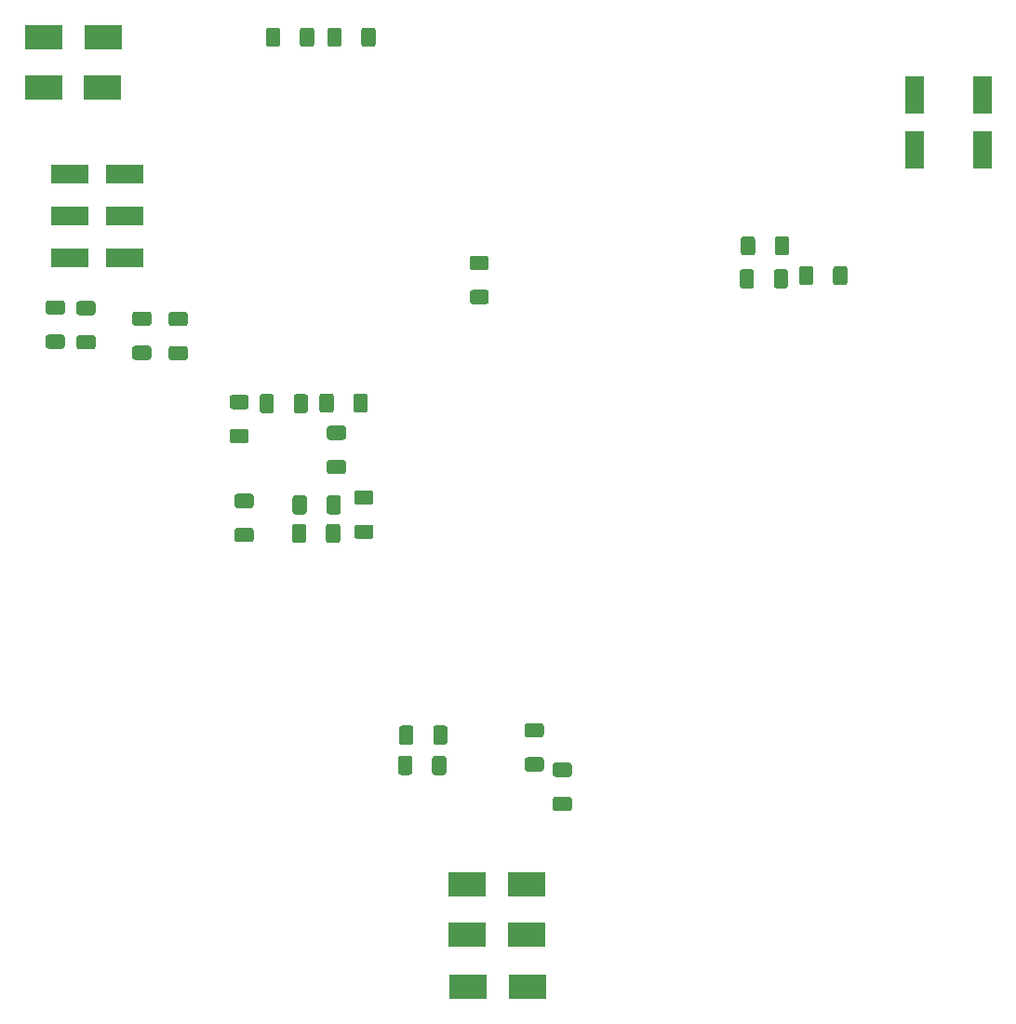
<source format=gbr>
%TF.GenerationSoftware,KiCad,Pcbnew,5.1.10-88a1d61d58~88~ubuntu18.04.1*%
%TF.CreationDate,2021-05-23T19:09:43+03:00*%
%TF.ProjectId,Micra Cruise Control Schemantics,4d696372-6120-4437-9275-69736520436f,rev?*%
%TF.SameCoordinates,Original*%
%TF.FileFunction,Paste,Bot*%
%TF.FilePolarity,Positive*%
%FSLAX46Y46*%
G04 Gerber Fmt 4.6, Leading zero omitted, Abs format (unit mm)*
G04 Created by KiCad (PCBNEW 5.1.10-88a1d61d58~88~ubuntu18.04.1) date 2021-05-23 19:09:43*
%MOMM*%
%LPD*%
G01*
G04 APERTURE LIST*
%ADD10R,3.500000X1.800000*%
%ADD11R,3.500000X2.300000*%
%ADD12R,1.800000X3.500000*%
G04 APERTURE END LIST*
%TO.C,R26*%
G36*
G01*
X113200000Y-64725000D02*
X113200000Y-63475000D01*
G75*
G02*
X113450000Y-63225000I250000J0D01*
G01*
X114250000Y-63225000D01*
G75*
G02*
X114500000Y-63475000I0J-250000D01*
G01*
X114500000Y-64725000D01*
G75*
G02*
X114250000Y-64975000I-250000J0D01*
G01*
X113450000Y-64975000D01*
G75*
G02*
X113200000Y-64725000I0J250000D01*
G01*
G37*
G36*
G01*
X110100000Y-64725000D02*
X110100000Y-63475000D01*
G75*
G02*
X110350000Y-63225000I250000J0D01*
G01*
X111150000Y-63225000D01*
G75*
G02*
X111400000Y-63475000I0J-250000D01*
G01*
X111400000Y-64725000D01*
G75*
G02*
X111150000Y-64975000I-250000J0D01*
G01*
X110350000Y-64975000D01*
G75*
G02*
X110100000Y-64725000I0J250000D01*
G01*
G37*
%TD*%
%TO.C,R25*%
G36*
G01*
X71125000Y-84950000D02*
X69875000Y-84950000D01*
G75*
G02*
X69625000Y-84700000I0J250000D01*
G01*
X69625000Y-83900000D01*
G75*
G02*
X69875000Y-83650000I250000J0D01*
G01*
X71125000Y-83650000D01*
G75*
G02*
X71375000Y-83900000I0J-250000D01*
G01*
X71375000Y-84700000D01*
G75*
G02*
X71125000Y-84950000I-250000J0D01*
G01*
G37*
G36*
G01*
X71125000Y-88050000D02*
X69875000Y-88050000D01*
G75*
G02*
X69625000Y-87800000I0J250000D01*
G01*
X69625000Y-87000000D01*
G75*
G02*
X69875000Y-86750000I250000J0D01*
G01*
X71125000Y-86750000D01*
G75*
G02*
X71375000Y-87000000I0J-250000D01*
G01*
X71375000Y-87800000D01*
G75*
G02*
X71125000Y-88050000I-250000J0D01*
G01*
G37*
%TD*%
%TO.C,R24*%
G36*
G01*
X69550000Y-76325000D02*
X69550000Y-75075000D01*
G75*
G02*
X69800000Y-74825000I250000J0D01*
G01*
X70600000Y-74825000D01*
G75*
G02*
X70850000Y-75075000I0J-250000D01*
G01*
X70850000Y-76325000D01*
G75*
G02*
X70600000Y-76575000I-250000J0D01*
G01*
X69800000Y-76575000D01*
G75*
G02*
X69550000Y-76325000I0J250000D01*
G01*
G37*
G36*
G01*
X66450000Y-76325000D02*
X66450000Y-75075000D01*
G75*
G02*
X66700000Y-74825000I250000J0D01*
G01*
X67500000Y-74825000D01*
G75*
G02*
X67750000Y-75075000I0J-250000D01*
G01*
X67750000Y-76325000D01*
G75*
G02*
X67500000Y-76575000I-250000J0D01*
G01*
X66700000Y-76575000D01*
G75*
G02*
X66450000Y-76325000I0J250000D01*
G01*
G37*
%TD*%
%TO.C,R23*%
G36*
G01*
X67100000Y-85575000D02*
X67100000Y-84325000D01*
G75*
G02*
X67350000Y-84075000I250000J0D01*
G01*
X68150000Y-84075000D01*
G75*
G02*
X68400000Y-84325000I0J-250000D01*
G01*
X68400000Y-85575000D01*
G75*
G02*
X68150000Y-85825000I-250000J0D01*
G01*
X67350000Y-85825000D01*
G75*
G02*
X67100000Y-85575000I0J250000D01*
G01*
G37*
G36*
G01*
X64000000Y-85575000D02*
X64000000Y-84325000D01*
G75*
G02*
X64250000Y-84075000I250000J0D01*
G01*
X65050000Y-84075000D01*
G75*
G02*
X65300000Y-84325000I0J-250000D01*
G01*
X65300000Y-85575000D01*
G75*
G02*
X65050000Y-85825000I-250000J0D01*
G01*
X64250000Y-85825000D01*
G75*
G02*
X64000000Y-85575000I0J250000D01*
G01*
G37*
%TD*%
%TO.C,R22*%
G36*
G01*
X68625000Y-79050000D02*
X67375000Y-79050000D01*
G75*
G02*
X67125000Y-78800000I0J250000D01*
G01*
X67125000Y-78000000D01*
G75*
G02*
X67375000Y-77750000I250000J0D01*
G01*
X68625000Y-77750000D01*
G75*
G02*
X68875000Y-78000000I0J-250000D01*
G01*
X68875000Y-78800000D01*
G75*
G02*
X68625000Y-79050000I-250000J0D01*
G01*
G37*
G36*
G01*
X68625000Y-82150000D02*
X67375000Y-82150000D01*
G75*
G02*
X67125000Y-81900000I0J250000D01*
G01*
X67125000Y-81100000D01*
G75*
G02*
X67375000Y-80850000I250000J0D01*
G01*
X68625000Y-80850000D01*
G75*
G02*
X68875000Y-81100000I0J-250000D01*
G01*
X68875000Y-81900000D01*
G75*
G02*
X68625000Y-82150000I-250000J0D01*
G01*
G37*
%TD*%
%TO.C,R21*%
G36*
G01*
X43043000Y-67654000D02*
X41793000Y-67654000D01*
G75*
G02*
X41543000Y-67404000I0J250000D01*
G01*
X41543000Y-66604000D01*
G75*
G02*
X41793000Y-66354000I250000J0D01*
G01*
X43043000Y-66354000D01*
G75*
G02*
X43293000Y-66604000I0J-250000D01*
G01*
X43293000Y-67404000D01*
G75*
G02*
X43043000Y-67654000I-250000J0D01*
G01*
G37*
G36*
G01*
X43043000Y-70754000D02*
X41793000Y-70754000D01*
G75*
G02*
X41543000Y-70504000I0J250000D01*
G01*
X41543000Y-69704000D01*
G75*
G02*
X41793000Y-69454000I250000J0D01*
G01*
X43043000Y-69454000D01*
G75*
G02*
X43293000Y-69704000I0J-250000D01*
G01*
X43293000Y-70504000D01*
G75*
G02*
X43043000Y-70754000I-250000J0D01*
G01*
G37*
%TD*%
%TO.C,R20*%
G36*
G01*
X52969000Y-70496000D02*
X54219000Y-70496000D01*
G75*
G02*
X54469000Y-70746000I0J-250000D01*
G01*
X54469000Y-71546000D01*
G75*
G02*
X54219000Y-71796000I-250000J0D01*
G01*
X52969000Y-71796000D01*
G75*
G02*
X52719000Y-71546000I0J250000D01*
G01*
X52719000Y-70746000D01*
G75*
G02*
X52969000Y-70496000I250000J0D01*
G01*
G37*
G36*
G01*
X52969000Y-67396000D02*
X54219000Y-67396000D01*
G75*
G02*
X54469000Y-67646000I0J-250000D01*
G01*
X54469000Y-68446000D01*
G75*
G02*
X54219000Y-68696000I-250000J0D01*
G01*
X52969000Y-68696000D01*
G75*
G02*
X52719000Y-68446000I0J250000D01*
G01*
X52719000Y-67646000D01*
G75*
G02*
X52969000Y-67396000I250000J0D01*
G01*
G37*
%TD*%
%TO.C,R19*%
G36*
G01*
X45837000Y-67706000D02*
X44587000Y-67706000D01*
G75*
G02*
X44337000Y-67456000I0J250000D01*
G01*
X44337000Y-66656000D01*
G75*
G02*
X44587000Y-66406000I250000J0D01*
G01*
X45837000Y-66406000D01*
G75*
G02*
X46087000Y-66656000I0J-250000D01*
G01*
X46087000Y-67456000D01*
G75*
G02*
X45837000Y-67706000I-250000J0D01*
G01*
G37*
G36*
G01*
X45837000Y-70806000D02*
X44587000Y-70806000D01*
G75*
G02*
X44337000Y-70556000I0J250000D01*
G01*
X44337000Y-69756000D01*
G75*
G02*
X44587000Y-69506000I250000J0D01*
G01*
X45837000Y-69506000D01*
G75*
G02*
X46087000Y-69756000I0J-250000D01*
G01*
X46087000Y-70556000D01*
G75*
G02*
X45837000Y-70806000I-250000J0D01*
G01*
G37*
%TD*%
%TO.C,R18*%
G36*
G01*
X80375000Y-65400000D02*
X81625000Y-65400000D01*
G75*
G02*
X81875000Y-65650000I0J-250000D01*
G01*
X81875000Y-66450000D01*
G75*
G02*
X81625000Y-66700000I-250000J0D01*
G01*
X80375000Y-66700000D01*
G75*
G02*
X80125000Y-66450000I0J250000D01*
G01*
X80125000Y-65650000D01*
G75*
G02*
X80375000Y-65400000I250000J0D01*
G01*
G37*
G36*
G01*
X80375000Y-62300000D02*
X81625000Y-62300000D01*
G75*
G02*
X81875000Y-62550000I0J-250000D01*
G01*
X81875000Y-63350000D01*
G75*
G02*
X81625000Y-63600000I-250000J0D01*
G01*
X80375000Y-63600000D01*
G75*
G02*
X80125000Y-63350000I0J250000D01*
G01*
X80125000Y-62550000D01*
G75*
G02*
X80375000Y-62300000I250000J0D01*
G01*
G37*
%TD*%
%TO.C,R17*%
G36*
G01*
X49667000Y-70470000D02*
X50917000Y-70470000D01*
G75*
G02*
X51167000Y-70720000I0J-250000D01*
G01*
X51167000Y-71520000D01*
G75*
G02*
X50917000Y-71770000I-250000J0D01*
G01*
X49667000Y-71770000D01*
G75*
G02*
X49417000Y-71520000I0J250000D01*
G01*
X49417000Y-70720000D01*
G75*
G02*
X49667000Y-70470000I250000J0D01*
G01*
G37*
G36*
G01*
X49667000Y-67370000D02*
X50917000Y-67370000D01*
G75*
G02*
X51167000Y-67620000I0J-250000D01*
G01*
X51167000Y-68420000D01*
G75*
G02*
X50917000Y-68670000I-250000J0D01*
G01*
X49667000Y-68670000D01*
G75*
G02*
X49417000Y-68420000I0J250000D01*
G01*
X49417000Y-67620000D01*
G75*
G02*
X49667000Y-67370000I250000J0D01*
G01*
G37*
%TD*%
%TO.C,R14*%
G36*
G01*
X106100000Y-60775000D02*
X106100000Y-62025000D01*
G75*
G02*
X105850000Y-62275000I-250000J0D01*
G01*
X105050000Y-62275000D01*
G75*
G02*
X104800000Y-62025000I0J250000D01*
G01*
X104800000Y-60775000D01*
G75*
G02*
X105050000Y-60525000I250000J0D01*
G01*
X105850000Y-60525000D01*
G75*
G02*
X106100000Y-60775000I0J-250000D01*
G01*
G37*
G36*
G01*
X109200000Y-60775000D02*
X109200000Y-62025000D01*
G75*
G02*
X108950000Y-62275000I-250000J0D01*
G01*
X108150000Y-62275000D01*
G75*
G02*
X107900000Y-62025000I0J250000D01*
G01*
X107900000Y-60775000D01*
G75*
G02*
X108150000Y-60525000I250000J0D01*
G01*
X108950000Y-60525000D01*
G75*
G02*
X109200000Y-60775000I0J-250000D01*
G01*
G37*
%TD*%
%TO.C,R13*%
G36*
G01*
X107800000Y-65025000D02*
X107800000Y-63775000D01*
G75*
G02*
X108050000Y-63525000I250000J0D01*
G01*
X108850000Y-63525000D01*
G75*
G02*
X109100000Y-63775000I0J-250000D01*
G01*
X109100000Y-65025000D01*
G75*
G02*
X108850000Y-65275000I-250000J0D01*
G01*
X108050000Y-65275000D01*
G75*
G02*
X107800000Y-65025000I0J250000D01*
G01*
G37*
G36*
G01*
X104700000Y-65025000D02*
X104700000Y-63775000D01*
G75*
G02*
X104950000Y-63525000I250000J0D01*
G01*
X105750000Y-63525000D01*
G75*
G02*
X106000000Y-63775000I0J-250000D01*
G01*
X106000000Y-65025000D01*
G75*
G02*
X105750000Y-65275000I-250000J0D01*
G01*
X104950000Y-65275000D01*
G75*
G02*
X104700000Y-65025000I0J250000D01*
G01*
G37*
%TD*%
%TO.C,R12*%
G36*
G01*
X74900000Y-108025000D02*
X74900000Y-109275000D01*
G75*
G02*
X74650000Y-109525000I-250000J0D01*
G01*
X73850000Y-109525000D01*
G75*
G02*
X73600000Y-109275000I0J250000D01*
G01*
X73600000Y-108025000D01*
G75*
G02*
X73850000Y-107775000I250000J0D01*
G01*
X74650000Y-107775000D01*
G75*
G02*
X74900000Y-108025000I0J-250000D01*
G01*
G37*
G36*
G01*
X78000000Y-108025000D02*
X78000000Y-109275000D01*
G75*
G02*
X77750000Y-109525000I-250000J0D01*
G01*
X76950000Y-109525000D01*
G75*
G02*
X76700000Y-109275000I0J250000D01*
G01*
X76700000Y-108025000D01*
G75*
G02*
X76950000Y-107775000I250000J0D01*
G01*
X77750000Y-107775000D01*
G75*
G02*
X78000000Y-108025000I0J-250000D01*
G01*
G37*
%TD*%
%TO.C,R11*%
G36*
G01*
X75000000Y-105275000D02*
X75000000Y-106525000D01*
G75*
G02*
X74750000Y-106775000I-250000J0D01*
G01*
X73950000Y-106775000D01*
G75*
G02*
X73700000Y-106525000I0J250000D01*
G01*
X73700000Y-105275000D01*
G75*
G02*
X73950000Y-105025000I250000J0D01*
G01*
X74750000Y-105025000D01*
G75*
G02*
X75000000Y-105275000I0J-250000D01*
G01*
G37*
G36*
G01*
X78100000Y-105275000D02*
X78100000Y-106525000D01*
G75*
G02*
X77850000Y-106775000I-250000J0D01*
G01*
X77050000Y-106775000D01*
G75*
G02*
X76800000Y-106525000I0J250000D01*
G01*
X76800000Y-105275000D01*
G75*
G02*
X77050000Y-105025000I250000J0D01*
G01*
X77850000Y-105025000D01*
G75*
G02*
X78100000Y-105275000I0J-250000D01*
G01*
G37*
%TD*%
%TO.C,R10*%
G36*
G01*
X89175000Y-109700000D02*
X87925000Y-109700000D01*
G75*
G02*
X87675000Y-109450000I0J250000D01*
G01*
X87675000Y-108650000D01*
G75*
G02*
X87925000Y-108400000I250000J0D01*
G01*
X89175000Y-108400000D01*
G75*
G02*
X89425000Y-108650000I0J-250000D01*
G01*
X89425000Y-109450000D01*
G75*
G02*
X89175000Y-109700000I-250000J0D01*
G01*
G37*
G36*
G01*
X89175000Y-112800000D02*
X87925000Y-112800000D01*
G75*
G02*
X87675000Y-112550000I0J250000D01*
G01*
X87675000Y-111750000D01*
G75*
G02*
X87925000Y-111500000I250000J0D01*
G01*
X89175000Y-111500000D01*
G75*
G02*
X89425000Y-111750000I0J-250000D01*
G01*
X89425000Y-112550000D01*
G75*
G02*
X89175000Y-112800000I-250000J0D01*
G01*
G37*
%TD*%
%TO.C,R9*%
G36*
G01*
X86625000Y-106100000D02*
X85375000Y-106100000D01*
G75*
G02*
X85125000Y-105850000I0J250000D01*
G01*
X85125000Y-105050000D01*
G75*
G02*
X85375000Y-104800000I250000J0D01*
G01*
X86625000Y-104800000D01*
G75*
G02*
X86875000Y-105050000I0J-250000D01*
G01*
X86875000Y-105850000D01*
G75*
G02*
X86625000Y-106100000I-250000J0D01*
G01*
G37*
G36*
G01*
X86625000Y-109200000D02*
X85375000Y-109200000D01*
G75*
G02*
X85125000Y-108950000I0J250000D01*
G01*
X85125000Y-108150000D01*
G75*
G02*
X85375000Y-107900000I250000J0D01*
G01*
X86625000Y-107900000D01*
G75*
G02*
X86875000Y-108150000I0J-250000D01*
G01*
X86875000Y-108950000D01*
G75*
G02*
X86625000Y-109200000I-250000J0D01*
G01*
G37*
%TD*%
%TO.C,R8*%
G36*
G01*
X67050000Y-88175000D02*
X67050000Y-86925000D01*
G75*
G02*
X67300000Y-86675000I250000J0D01*
G01*
X68100000Y-86675000D01*
G75*
G02*
X68350000Y-86925000I0J-250000D01*
G01*
X68350000Y-88175000D01*
G75*
G02*
X68100000Y-88425000I-250000J0D01*
G01*
X67300000Y-88425000D01*
G75*
G02*
X67050000Y-88175000I0J250000D01*
G01*
G37*
G36*
G01*
X63950000Y-88175000D02*
X63950000Y-86925000D01*
G75*
G02*
X64200000Y-86675000I250000J0D01*
G01*
X65000000Y-86675000D01*
G75*
G02*
X65250000Y-86925000I0J-250000D01*
G01*
X65250000Y-88175000D01*
G75*
G02*
X65000000Y-88425000I-250000J0D01*
G01*
X64200000Y-88425000D01*
G75*
G02*
X63950000Y-88175000I0J250000D01*
G01*
G37*
%TD*%
%TO.C,R7*%
G36*
G01*
X64100000Y-76375000D02*
X64100000Y-75125000D01*
G75*
G02*
X64350000Y-74875000I250000J0D01*
G01*
X65150000Y-74875000D01*
G75*
G02*
X65400000Y-75125000I0J-250000D01*
G01*
X65400000Y-76375000D01*
G75*
G02*
X65150000Y-76625000I-250000J0D01*
G01*
X64350000Y-76625000D01*
G75*
G02*
X64100000Y-76375000I0J250000D01*
G01*
G37*
G36*
G01*
X61000000Y-76375000D02*
X61000000Y-75125000D01*
G75*
G02*
X61250000Y-74875000I250000J0D01*
G01*
X62050000Y-74875000D01*
G75*
G02*
X62300000Y-75125000I0J-250000D01*
G01*
X62300000Y-76375000D01*
G75*
G02*
X62050000Y-76625000I-250000J0D01*
G01*
X61250000Y-76625000D01*
G75*
G02*
X61000000Y-76375000I0J250000D01*
G01*
G37*
%TD*%
%TO.C,R6*%
G36*
G01*
X58975000Y-87050000D02*
X60225000Y-87050000D01*
G75*
G02*
X60475000Y-87300000I0J-250000D01*
G01*
X60475000Y-88100000D01*
G75*
G02*
X60225000Y-88350000I-250000J0D01*
G01*
X58975000Y-88350000D01*
G75*
G02*
X58725000Y-88100000I0J250000D01*
G01*
X58725000Y-87300000D01*
G75*
G02*
X58975000Y-87050000I250000J0D01*
G01*
G37*
G36*
G01*
X58975000Y-83950000D02*
X60225000Y-83950000D01*
G75*
G02*
X60475000Y-84200000I0J-250000D01*
G01*
X60475000Y-85000000D01*
G75*
G02*
X60225000Y-85250000I-250000J0D01*
G01*
X58975000Y-85250000D01*
G75*
G02*
X58725000Y-85000000I0J250000D01*
G01*
X58725000Y-84200000D01*
G75*
G02*
X58975000Y-83950000I250000J0D01*
G01*
G37*
%TD*%
%TO.C,R5*%
G36*
G01*
X58525000Y-78050000D02*
X59775000Y-78050000D01*
G75*
G02*
X60025000Y-78300000I0J-250000D01*
G01*
X60025000Y-79100000D01*
G75*
G02*
X59775000Y-79350000I-250000J0D01*
G01*
X58525000Y-79350000D01*
G75*
G02*
X58275000Y-79100000I0J250000D01*
G01*
X58275000Y-78300000D01*
G75*
G02*
X58525000Y-78050000I250000J0D01*
G01*
G37*
G36*
G01*
X58525000Y-74950000D02*
X59775000Y-74950000D01*
G75*
G02*
X60025000Y-75200000I0J-250000D01*
G01*
X60025000Y-76000000D01*
G75*
G02*
X59775000Y-76250000I-250000J0D01*
G01*
X58525000Y-76250000D01*
G75*
G02*
X58275000Y-76000000I0J250000D01*
G01*
X58275000Y-75200000D01*
G75*
G02*
X58525000Y-74950000I250000J0D01*
G01*
G37*
%TD*%
%TO.C,R4*%
G36*
G01*
X70268000Y-43043000D02*
X70268000Y-41793000D01*
G75*
G02*
X70518000Y-41543000I250000J0D01*
G01*
X71318000Y-41543000D01*
G75*
G02*
X71568000Y-41793000I0J-250000D01*
G01*
X71568000Y-43043000D01*
G75*
G02*
X71318000Y-43293000I-250000J0D01*
G01*
X70518000Y-43293000D01*
G75*
G02*
X70268000Y-43043000I0J250000D01*
G01*
G37*
G36*
G01*
X67168000Y-43043000D02*
X67168000Y-41793000D01*
G75*
G02*
X67418000Y-41543000I250000J0D01*
G01*
X68218000Y-41543000D01*
G75*
G02*
X68468000Y-41793000I0J-250000D01*
G01*
X68468000Y-43043000D01*
G75*
G02*
X68218000Y-43293000I-250000J0D01*
G01*
X67418000Y-43293000D01*
G75*
G02*
X67168000Y-43043000I0J250000D01*
G01*
G37*
%TD*%
%TO.C,R3*%
G36*
G01*
X64680000Y-43043000D02*
X64680000Y-41793000D01*
G75*
G02*
X64930000Y-41543000I250000J0D01*
G01*
X65730000Y-41543000D01*
G75*
G02*
X65980000Y-41793000I0J-250000D01*
G01*
X65980000Y-43043000D01*
G75*
G02*
X65730000Y-43293000I-250000J0D01*
G01*
X64930000Y-43293000D01*
G75*
G02*
X64680000Y-43043000I0J250000D01*
G01*
G37*
G36*
G01*
X61580000Y-43043000D02*
X61580000Y-41793000D01*
G75*
G02*
X61830000Y-41543000I250000J0D01*
G01*
X62630000Y-41543000D01*
G75*
G02*
X62880000Y-41793000I0J-250000D01*
G01*
X62880000Y-43043000D01*
G75*
G02*
X62630000Y-43293000I-250000J0D01*
G01*
X61830000Y-43293000D01*
G75*
G02*
X61580000Y-43043000I0J250000D01*
G01*
G37*
%TD*%
D10*
%TO.C,D13*%
X43728000Y-62484000D03*
X48728000Y-62484000D03*
%TD*%
D11*
%TO.C,D12*%
X41336000Y-47000000D03*
X46736000Y-47000000D03*
%TD*%
%TO.C,D11*%
X41402000Y-42418000D03*
X46802000Y-42418000D03*
%TD*%
D12*
%TO.C,D10*%
X120650000Y-47630000D03*
X120650000Y-52630000D03*
%TD*%
%TO.C,D9*%
X126750000Y-47630000D03*
X126750000Y-52630000D03*
%TD*%
D11*
%TO.C,D6*%
X85300000Y-119450000D03*
X79900000Y-119450000D03*
%TD*%
D10*
%TO.C,D5*%
X43768000Y-58674000D03*
X48768000Y-58674000D03*
%TD*%
%TO.C,D4*%
X43728000Y-54864000D03*
X48728000Y-54864000D03*
%TD*%
D11*
%TO.C,D3*%
X85350000Y-128800000D03*
X79950000Y-128800000D03*
%TD*%
%TO.C,D2*%
X85300000Y-124050000D03*
X79900000Y-124050000D03*
%TD*%
M02*

</source>
